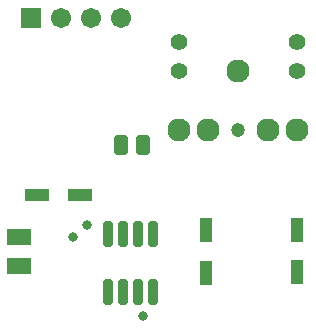
<source format=gts>
G04*
G04 #@! TF.GenerationSoftware,Altium Limited,Altium Designer,22.4.2 (48)*
G04*
G04 Layer_Color=8388736*
%FSLAX25Y25*%
%MOIN*%
G70*
G04*
G04 #@! TF.SameCoordinates,A7B2FA79-C280-4DBA-8CE8-1A1C5EA3F58B*
G04*
G04*
G04 #@! TF.FilePolarity,Negative*
G04*
G01*
G75*
G04:AMPARAMS|DCode=20|XSize=47.37mil|YSize=63.91mil|CornerRadius=8.92mil|HoleSize=0mil|Usage=FLASHONLY|Rotation=180.000|XOffset=0mil|YOffset=0mil|HoleType=Round|Shape=RoundedRectangle|*
%AMROUNDEDRECTD20*
21,1,0.04737,0.04606,0,0,180.0*
21,1,0.02953,0.06391,0,0,180.0*
1,1,0.01784,-0.01476,0.02303*
1,1,0.01784,0.01476,0.02303*
1,1,0.01784,0.01476,-0.02303*
1,1,0.01784,-0.01476,-0.02303*
%
%ADD20ROUNDEDRECTD20*%
%ADD21R,0.04343X0.08083*%
G04:AMPARAMS|DCode=22|XSize=85.56mil|YSize=31.62mil|CornerRadius=6.95mil|HoleSize=0mil|Usage=FLASHONLY|Rotation=270.000|XOffset=0mil|YOffset=0mil|HoleType=Round|Shape=RoundedRectangle|*
%AMROUNDEDRECTD22*
21,1,0.08556,0.01772,0,0,270.0*
21,1,0.07165,0.03162,0,0,270.0*
1,1,0.01391,-0.00886,-0.03583*
1,1,0.01391,-0.00886,0.03583*
1,1,0.01391,0.00886,0.03583*
1,1,0.01391,0.00886,-0.03583*
%
%ADD22ROUNDEDRECTD22*%
%ADD23R,0.08083X0.04343*%
%ADD24R,0.07965X0.05367*%
%ADD25C,0.07700*%
%ADD26C,0.05500*%
%ADD27C,0.04700*%
%ADD28C,0.06737*%
%ADD29R,0.06737X0.06737*%
%ADD30C,0.03162*%
D20*
X-67185Y-55118D02*
D03*
X-74547D02*
D03*
D21*
X-15748Y-83268D02*
D03*
Y-97441D02*
D03*
X-46260Y-83465D02*
D03*
Y-97638D02*
D03*
D22*
X-63819Y-84646D02*
D03*
X-68819D02*
D03*
X-73819D02*
D03*
X-78819D02*
D03*
Y-104095D02*
D03*
X-73819D02*
D03*
X-68819D02*
D03*
X-63819D02*
D03*
D23*
X-102362Y-71850D02*
D03*
X-88189D02*
D03*
D24*
X-108268Y-85710D02*
D03*
Y-95393D02*
D03*
D25*
X-35433Y-30512D02*
D03*
X-55118Y-50197D02*
D03*
X-45276D02*
D03*
X-25591D02*
D03*
X-15748D02*
D03*
D26*
X-55118Y-20669D02*
D03*
X-15748D02*
D03*
X-55118Y-30512D02*
D03*
X-15748D02*
D03*
D27*
X-35433Y-50197D02*
D03*
D28*
X-84488Y-12795D02*
D03*
X-94488D02*
D03*
X-74488D02*
D03*
D29*
X-104488D02*
D03*
D30*
X-66929Y-112205D02*
D03*
X-85630Y-81693D02*
D03*
X-90551Y-85630D02*
D03*
M02*

</source>
